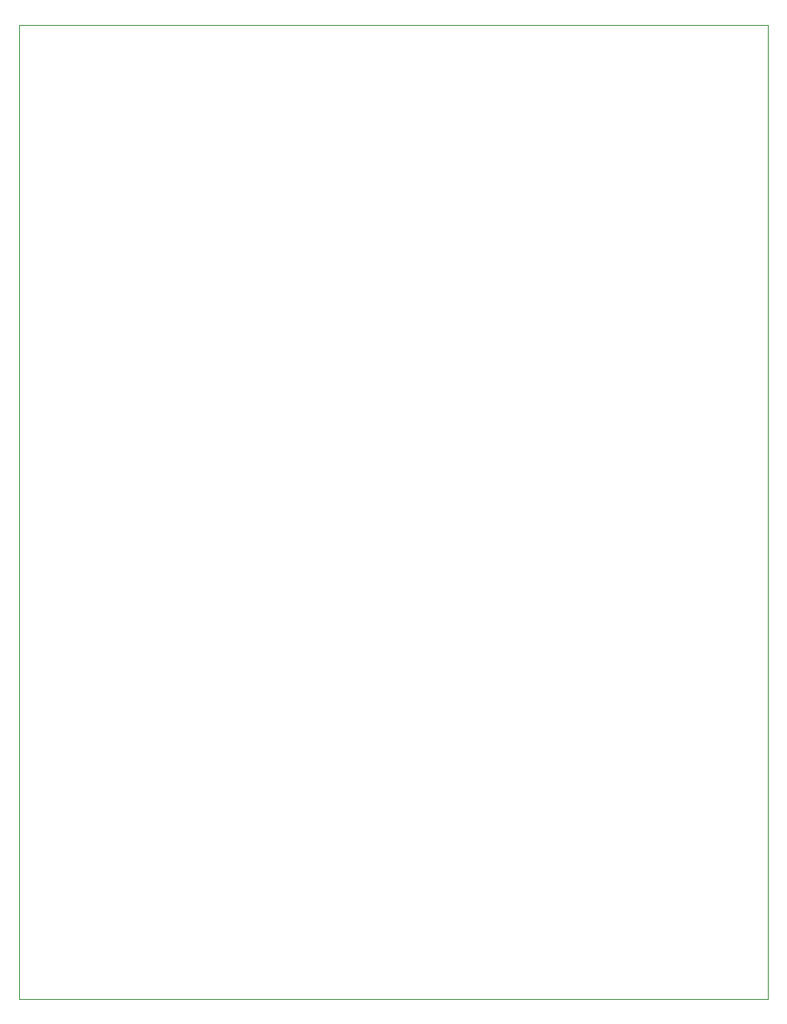
<source format=gm1>
%TF.GenerationSoftware,KiCad,Pcbnew,8.0.1-8.0.1-1~ubuntu22.04.1*%
%TF.CreationDate,2024-10-21T19:50:33-04:00*%
%TF.ProjectId,RedRobotBreakout,52656452-6f62-46f7-9442-7265616b6f75,rev?*%
%TF.SameCoordinates,Original*%
%TF.FileFunction,Profile,NP*%
%FSLAX46Y46*%
G04 Gerber Fmt 4.6, Leading zero omitted, Abs format (unit mm)*
G04 Created by KiCad (PCBNEW 8.0.1-8.0.1-1~ubuntu22.04.1) date 2024-10-21 19:50:33*
%MOMM*%
%LPD*%
G01*
G04 APERTURE LIST*
%TA.AperFunction,Profile*%
%ADD10C,0.100000*%
%TD*%
G04 APERTURE END LIST*
D10*
X142240000Y-30480000D02*
X218440000Y-30480000D01*
X218440000Y-129540000D01*
X142240000Y-129540000D01*
X142240000Y-30480000D01*
M02*

</source>
